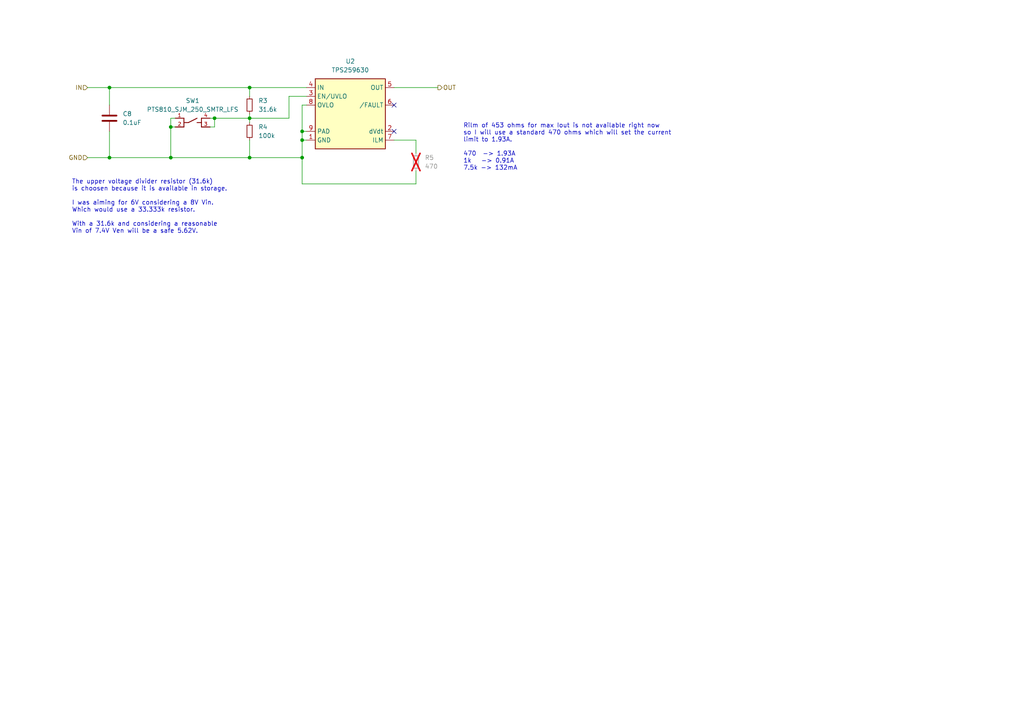
<source format=kicad_sch>
(kicad_sch (version 20231120) (generator "eeschema") (generator_version "8.0")
  (paper "A4")
  (lib_symbols
    (symbol "Device:C" (pin_numbers hide) (pin_names (offset 0.254))
      (property "Reference" "C" (at 0.635 2.54 0))
      (property "Value" "C" (at 0.635 -2.54 0))
      (symbol "C_0_1"
        (polyline (pts (xy -2.032 -0.762) (xy 2.032 -0.762)) (stroke (width 0.508)))
        (polyline (pts (xy -2.032 0.762) (xy 2.032 0.762)) (stroke (width 0.508)))
      )
      (symbol "C_1_1"
        (pin passive line (at 0 3.81 270) (length 2.794) (name "~") (number "1"))
        (pin passive line (at 0 -3.81 90) (length 2.794) (name "~") (number "2"))
      )
    )
    (symbol "Device:R_Small" (pin_numbers hide) (pin_names (offset 0.254) hide)
      (property "Reference" "R" (at 0.762 0.508 0))
      (property "Value" "R_Small" (at 0.762 -1.016 0))
      (symbol "R_Small_0_1"
        (rectangle (start -0.762 1.778) (end 0.762 -1.778) (stroke (width 0.2032)))
      )
      (symbol "R_Small_1_1"
        (pin passive line (at 0 2.54 270) (length 0.762) (name "~") (number "1"))
        (pin passive line (at 0 -2.54 90) (length 0.762) (name "~") (number "2"))
      )
    )
    (symbol "PTS810_SJM_250_SMTR_LFS:PTS810_SJM_250_SMTR_LFS" (pin_names (offset 1.016))
      (property "Reference" "SW" (at -3.81 1.27 0))
      (property "Value" "PTS810_SJM_250_SMTR_LFS" (at -5.08 -6.35 0))
      (symbol "PTS810_SJM_250_SMTR_LFS_0_0"
        (polyline (pts (xy -2.54 -2.54) (xy -5.08 -2.54)) (stroke (width 0.254)))
        (polyline (pts (xy -2.54 -1.27) (xy -2.54 -2.54)) (stroke (width 0.254)))
        (polyline (pts (xy -2.54 -1.27) (xy -1.27 -1.27)) (stroke (width 0.254)))
        (polyline (pts (xy -2.54 0) (xy -5.08 0)) (stroke (width 0.254)))
        (polyline (pts (xy -2.54 0) (xy -2.54 -1.27)) (stroke (width 0.254)))
        (polyline (pts (xy -1.27 -1.27) (xy 1.27 0)) (stroke (width 0.254)))
        (polyline (pts (xy 1.27 -1.27) (xy 2.54 -1.27)) (stroke (width 0.254)))
        (polyline (pts (xy 2.54 -2.54) (xy 5.08 -2.54)) (stroke (width 0.254)))
        (polyline (pts (xy 2.54 -1.27) (xy 2.54 -2.54)) (stroke (width 0.254)))
        (polyline (pts (xy 2.54 0) (xy 2.54 -1.27)) (stroke (width 0.254)))
        (polyline (pts (xy 2.54 0) (xy 5.08 0)) (stroke (width 0.254)))
        (pin passive line (at -5.08 0 0) (length 2.54) (name "~") (number "1"))
        (pin passive line (at -5.08 -2.54 0) (length 2.54) (name "~") (number "2"))
        (pin passive line (at 5.08 -2.54 180) (length 2.54) (name "~") (number "3"))
        (pin passive line (at 5.08 0 180) (length 2.54) (name "~") (number "4"))
      )
    )
    (symbol "TPS2596xx:TPS259630"
      (property "Reference" "U" (at -4.826 5.334 0))
      (property "Value" "TPS259630" (at 0 3.556 0))
      (symbol "TPS259630_0_0"
        (pin power_in line (at -12.7 -16.51 0) (length 2.54) (name "GND") (number "1"))
        (pin output line (at 12.7 -13.97 180) (length 2.54) (name "dVdt") (number "2"))
        (pin input line (at -12.7 -3.81 0) (length 2.54) (name "EN/UVLO") (number "3"))
        (pin input line (at -12.7 -1.27 0) (length 2.54) (name "IN") (number "4"))
        (pin output line (at 12.7 -1.27 180) (length 2.54) (name "OUT") (number "5"))
        (pin output line (at 12.7 -6.35 180) (length 2.54) (name "/FAULT") (number "6"))
        (pin output line (at 12.7 -16.51 180) (length 2.54) (name "ILM") (number "7"))
        (pin input line (at -12.7 -6.35 0) (length 2.54) (name "OVLO") (number "8"))
        (pin power_in line (at -12.7 -13.97 0) (length 2.54) (name "PAD") (number "9"))
      )
      (symbol "TPS259630_1_1"
        (rectangle (start -10.16 1.27) (end 10.16 -19.05) (stroke (width 0.254)) (fill (type background)))
      )
    )
  )
  (junction (at 72.39 34.29))
  (junction (at 72.39 45.72))
  (junction (at 62.23 34.29))
  (junction (at 87.63 40.64))
  (junction (at 31.75 45.72))
  (junction (at 31.75 25.4))
  (junction (at 49.53 45.72))
  (junction (at 49.53 36.83))
  (junction (at 87.63 38.1))
  (junction (at 72.39 25.4))
  (junction (at 87.63 45.72))
  (no_connect (at 114.3 30.48))
  (no_connect (at 114.3 38.1))
  (wire (pts (xy 72.39 25.4) (xy 72.39 27.94)))
  (wire (pts (xy 31.75 25.4) (xy 31.75 30.48)))
  (wire (pts (xy 72.39 34.29) (xy 83.82 34.29)))
  (wire (pts (xy 49.53 36.83) (xy 50.8 36.83)))
  (wire (pts (xy 114.3 25.4) (xy 127 25.4)))
  (wire (pts (xy 72.39 34.29) (xy 72.39 35.56)))
  (wire (pts (xy 25.4 45.72) (xy 31.75 45.72)))
  (wire (pts (xy 31.75 38.1) (xy 31.75 45.72)))
  (wire (pts (xy 88.9 38.1) (xy 87.63 38.1)))
  (wire (pts (xy 72.39 33.02) (xy 72.39 34.29)))
  (wire (pts (xy 60.96 34.29) (xy 62.23 34.29)))
  (wire (pts (xy 49.53 34.29) (xy 49.53 36.83)))
  (wire (pts (xy 60.96 36.83) (xy 62.23 36.83)))
  (wire (pts (xy 87.63 30.48) (xy 87.63 38.1)))
  (wire (pts (xy 83.82 34.29) (xy 83.82 27.94)))
  (wire (pts (xy 120.65 49.53) (xy 120.65 53.34)))
  (wire (pts (xy 120.65 40.64) (xy 120.65 44.45)))
  (wire (pts (xy 88.9 30.48) (xy 87.63 30.48)))
  (wire (pts (xy 50.8 34.29) (xy 49.53 34.29)))
  (wire (pts (xy 120.65 53.34) (xy 87.63 53.34)))
  (wire (pts (xy 62.23 36.83) (xy 62.23 34.29)))
  (wire (pts (xy 114.3 40.64) (xy 120.65 40.64)))
  (wire (pts (xy 49.53 45.72) (xy 72.39 45.72)))
  (wire (pts (xy 31.75 45.72) (xy 49.53 45.72)))
  (wire (pts (xy 31.75 25.4) (xy 72.39 25.4)))
  (wire (pts (xy 87.63 53.34) (xy 87.63 45.72)))
  (wire (pts (xy 87.63 40.64) (xy 87.63 45.72)))
  (wire (pts (xy 72.39 25.4) (xy 88.9 25.4)))
  (wire (pts (xy 25.4 25.4) (xy 31.75 25.4)))
  (wire (pts (xy 87.63 38.1) (xy 87.63 40.64)))
  (wire (pts (xy 72.39 45.72) (xy 87.63 45.72)))
  (wire (pts (xy 49.53 36.83) (xy 49.53 45.72)))
  (wire (pts (xy 83.82 27.94) (xy 88.9 27.94)))
  (wire (pts (xy 62.23 34.29) (xy 72.39 34.29)))
  (wire (pts (xy 87.63 40.64) (xy 88.9 40.64)))
  (wire (pts (xy 72.39 40.64) (xy 72.39 45.72)))
  (text "Rilm of 453 ohms for max Iout is not available right now\nso I will use a standard 470 ohms which will set the current\nlimit to 1.93A.\n\n470  -> 1.93A\n1k   -> 0.91A\n7.5k -> 132mA" (at 134.366 42.672 0) (effects (font (size 1.27 1.27)) (justify left)))
  (text "The upper voltage divider resistor (31.6k)\nis choosen because it is available in storage.\n\nI was aiming for 6V considering a 8V Vin.\nWhich would use a 33.333k resistor.\n\nWith a 31.6k and considering a reasonable\nVin of 7.4V Ven will be a safe 5.62V." (at 20.828 59.944 0) (effects (font (size 1.27 1.27)) (justify left)))
  (hierarchical_label "GND" (shape input) (at 25.4 45.72 180))
  (hierarchical_label "OUT" (shape output) (at 127 25.4 0))
  (hierarchical_label "IN" (shape input) (at 25.4 25.4 180))
  (symbol (lib_id "Device:R_Small") (at 72.39 38.1 0) (unit 1)
    (property "Reference" "R4" (at 74.93 36.8299 0) (effects (justify left)))
    (property "Value" "100k" (at 74.93 39.3699 0) (effects (justify left)))
    (property "Footprint" "Resistor_SMD:R_0603_1608Metric" (effects (hide yes)))
    (property "Description" "Resistor, small symbol" (effects (hide yes)))
  )
  (symbol (lib_id "Device:R_Small") (at 72.39 30.48 0) (unit 1)
    (property "Reference" "R3" (at 74.93 29.2099 0) (effects (justify left)))
    (property "Value" "31.6k" (at 74.93 31.7499 0) (effects (justify left)))
    (property "Footprint" "Resistor_SMD:R_0603_1608Metric" (effects (hide yes)))
    (property "Description" "Resistor, small symbol" (effects (hide yes)))
  )
  (symbol (lib_id "Device:R_Small") (at 120.65 46.99 0) (unit 1) (dnp yes)
    (property "Reference" "R5" (at 123.19 45.7199 0) (effects (justify left)))
    (property "Value" "470" (at 123.19 48.2599 0) (effects (justify left)))
    (property "Footprint" "SMD:0603_1608Metric_DNI_NoPaste" (effects (hide yes)))
    (property "Description" "Resistor, small symbol" (effects (hide yes)))
  )
  (symbol (lib_id "TPS2596xx:TPS259630") (at 101.6 24.13 0) (unit 1)
    (property "Reference" "U2" (at 101.6 17.78 0))
    (property "Value" "TPS259630" (at 101.6 20.32 0))
    (property "Footprint" "SO:TI_SO-PowerPAD-8" (effects (hide yes)))
    (property "Datasheet" "https://www.ti.com/lit/ds/symlink/tps2596.pdf" (effects (hide yes)))
    (property "Description" "TPS2596 2.7 to 19 V, 0.125 to 2-A, 89-mΩ eFuse With Accurate Current Monitor and Fast Overvoltage Protection" (effects (hide yes)))
  )
  (symbol (lib_id "PTS810_SJM_250_SMTR_LFS:PTS810_SJM_250_SMTR_LFS") (at 55.88 34.29 0) (unit 1)
    (property "Reference" "SW1" (at 55.88 29.21 0))
    (property "Value" "PTS810_SJM_250_SMTR_LFS" (at 55.88 31.75 0))
    (property "Footprint" "PTS810-SJM-250-SMTR-LFS:SW_PTS810_SJM_250_SMTR_LFS" (effects (hide yes)))
    (property "DigiKey_Part_Number" "CKN10502TR-ND" (effects (hide yes)))
    (property "SnapEDA_Link" "https://www.snapeda.com/parts/PTS810%20SJM%20250%20SMTR%20LFS/C%2526K/view-part/?ref=snap" (effects (hide yes)))
    (property "Description_1" "\nTactile Switch SPST-NO Top Actuated Surface Mount\n" (effects (hide yes)))
    (property "Package" "None" (effects (hide yes)))
    (property "Check_prices" "https://www.snapeda.com/parts/PTS810%20SJM%20250%20SMTR%20LFS/C%2526K/view-part/?ref=eda" (effects (hide yes)))
    (property "STANDARD" "Manufacturer Recommendations" (effects (hide yes)))
    (property "MF" "C&K" (effects (hide yes)))
    (property "MP" "PTS810 SJM 250 SMTR LFS" (effects (hide yes)))
    (property "MANUFACTURER" "CnK" (effects (hide yes)))
  )
  (symbol (lib_id "Device:C") (at 31.75 34.29 0) (unit 1)
    (property "Reference" "C8" (at 35.56 33.0199 0) (effects (justify left)))
    (property "Value" "0.1uF" (at 35.56 35.5599 0) (effects (justify left)))
    (property "Footprint" "Capacitor_SMD:C_0603_1608Metric" (effects (hide yes)))
    (property "Description" "Unpolarized capacitor" (effects (hide yes)))
  )
)
</source>
